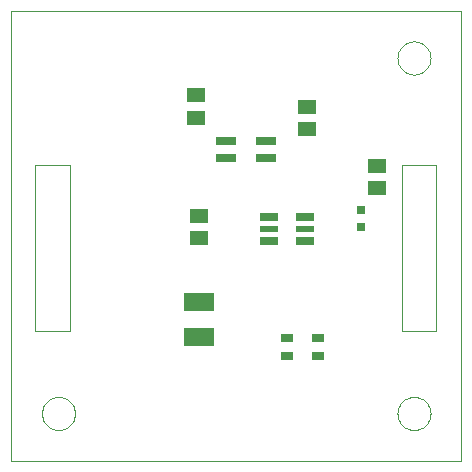
<source format=gtp>
G75*
G70*
%OFA0B0*%
%FSLAX24Y24*%
%IPPOS*%
%LPD*%
%AMOC8*
5,1,8,0,0,1.08239X$1,22.5*
%
%ADD10C,0.0000*%
%ADD11R,0.1024X0.0591*%
%ADD12R,0.0394X0.0276*%
%ADD13R,0.0600X0.0276*%
%ADD14R,0.0600X0.0197*%
%ADD15R,0.0315X0.0315*%
%ADD16R,0.0709X0.0295*%
%ADD17R,0.0591X0.0512*%
D10*
X000101Y000101D02*
X000101Y015101D01*
X015101Y015101D01*
X015101Y000101D01*
X000101Y000101D01*
X001125Y001676D02*
X001127Y001723D01*
X001133Y001769D01*
X001143Y001815D01*
X001156Y001860D01*
X001174Y001903D01*
X001195Y001945D01*
X001219Y001985D01*
X001247Y002022D01*
X001278Y002057D01*
X001312Y002090D01*
X001348Y002119D01*
X001387Y002145D01*
X001428Y002168D01*
X001471Y002187D01*
X001515Y002203D01*
X001560Y002215D01*
X001606Y002223D01*
X001653Y002227D01*
X001699Y002227D01*
X001746Y002223D01*
X001792Y002215D01*
X001837Y002203D01*
X001881Y002187D01*
X001924Y002168D01*
X001965Y002145D01*
X002004Y002119D01*
X002040Y002090D01*
X002074Y002057D01*
X002105Y002022D01*
X002133Y001985D01*
X002157Y001945D01*
X002178Y001903D01*
X002196Y001860D01*
X002209Y001815D01*
X002219Y001769D01*
X002225Y001723D01*
X002227Y001676D01*
X002225Y001629D01*
X002219Y001583D01*
X002209Y001537D01*
X002196Y001492D01*
X002178Y001449D01*
X002157Y001407D01*
X002133Y001367D01*
X002105Y001330D01*
X002074Y001295D01*
X002040Y001262D01*
X002004Y001233D01*
X001965Y001207D01*
X001924Y001184D01*
X001881Y001165D01*
X001837Y001149D01*
X001792Y001137D01*
X001746Y001129D01*
X001699Y001125D01*
X001653Y001125D01*
X001606Y001129D01*
X001560Y001137D01*
X001515Y001149D01*
X001471Y001165D01*
X001428Y001184D01*
X001387Y001207D01*
X001348Y001233D01*
X001312Y001262D01*
X001278Y001295D01*
X001247Y001330D01*
X001219Y001367D01*
X001195Y001407D01*
X001174Y001449D01*
X001156Y001492D01*
X001143Y001537D01*
X001133Y001583D01*
X001127Y001629D01*
X001125Y001676D01*
X000888Y004431D02*
X000888Y009943D01*
X002069Y009943D01*
X002069Y004431D01*
X000888Y004431D01*
X013132Y004431D02*
X013132Y009943D01*
X014274Y009943D01*
X014274Y004431D01*
X013132Y004431D01*
X012975Y001676D02*
X012977Y001723D01*
X012983Y001769D01*
X012993Y001815D01*
X013006Y001860D01*
X013024Y001903D01*
X013045Y001945D01*
X013069Y001985D01*
X013097Y002022D01*
X013128Y002057D01*
X013162Y002090D01*
X013198Y002119D01*
X013237Y002145D01*
X013278Y002168D01*
X013321Y002187D01*
X013365Y002203D01*
X013410Y002215D01*
X013456Y002223D01*
X013503Y002227D01*
X013549Y002227D01*
X013596Y002223D01*
X013642Y002215D01*
X013687Y002203D01*
X013731Y002187D01*
X013774Y002168D01*
X013815Y002145D01*
X013854Y002119D01*
X013890Y002090D01*
X013924Y002057D01*
X013955Y002022D01*
X013983Y001985D01*
X014007Y001945D01*
X014028Y001903D01*
X014046Y001860D01*
X014059Y001815D01*
X014069Y001769D01*
X014075Y001723D01*
X014077Y001676D01*
X014075Y001629D01*
X014069Y001583D01*
X014059Y001537D01*
X014046Y001492D01*
X014028Y001449D01*
X014007Y001407D01*
X013983Y001367D01*
X013955Y001330D01*
X013924Y001295D01*
X013890Y001262D01*
X013854Y001233D01*
X013815Y001207D01*
X013774Y001184D01*
X013731Y001165D01*
X013687Y001149D01*
X013642Y001137D01*
X013596Y001129D01*
X013549Y001125D01*
X013503Y001125D01*
X013456Y001129D01*
X013410Y001137D01*
X013365Y001149D01*
X013321Y001165D01*
X013278Y001184D01*
X013237Y001207D01*
X013198Y001233D01*
X013162Y001262D01*
X013128Y001295D01*
X013097Y001330D01*
X013069Y001367D01*
X013045Y001407D01*
X013024Y001449D01*
X013006Y001492D01*
X012993Y001537D01*
X012983Y001583D01*
X012977Y001629D01*
X012975Y001676D01*
X012975Y013526D02*
X012977Y013573D01*
X012983Y013619D01*
X012993Y013665D01*
X013006Y013710D01*
X013024Y013753D01*
X013045Y013795D01*
X013069Y013835D01*
X013097Y013872D01*
X013128Y013907D01*
X013162Y013940D01*
X013198Y013969D01*
X013237Y013995D01*
X013278Y014018D01*
X013321Y014037D01*
X013365Y014053D01*
X013410Y014065D01*
X013456Y014073D01*
X013503Y014077D01*
X013549Y014077D01*
X013596Y014073D01*
X013642Y014065D01*
X013687Y014053D01*
X013731Y014037D01*
X013774Y014018D01*
X013815Y013995D01*
X013854Y013969D01*
X013890Y013940D01*
X013924Y013907D01*
X013955Y013872D01*
X013983Y013835D01*
X014007Y013795D01*
X014028Y013753D01*
X014046Y013710D01*
X014059Y013665D01*
X014069Y013619D01*
X014075Y013573D01*
X014077Y013526D01*
X014075Y013479D01*
X014069Y013433D01*
X014059Y013387D01*
X014046Y013342D01*
X014028Y013299D01*
X014007Y013257D01*
X013983Y013217D01*
X013955Y013180D01*
X013924Y013145D01*
X013890Y013112D01*
X013854Y013083D01*
X013815Y013057D01*
X013774Y013034D01*
X013731Y013015D01*
X013687Y012999D01*
X013642Y012987D01*
X013596Y012979D01*
X013549Y012975D01*
X013503Y012975D01*
X013456Y012979D01*
X013410Y012987D01*
X013365Y012999D01*
X013321Y013015D01*
X013278Y013034D01*
X013237Y013057D01*
X013198Y013083D01*
X013162Y013112D01*
X013128Y013145D01*
X013097Y013180D01*
X013069Y013217D01*
X013045Y013257D01*
X013024Y013299D01*
X013006Y013342D01*
X012993Y013387D01*
X012983Y013433D01*
X012977Y013479D01*
X012975Y013526D01*
D11*
X006353Y005408D03*
X006353Y004227D03*
D12*
X009306Y004195D03*
X009306Y003605D03*
X010329Y003605D03*
X010329Y004195D03*
D13*
X009889Y007412D03*
X009889Y008239D03*
X008698Y008239D03*
X008698Y007412D03*
D14*
X008698Y007825D03*
X009889Y007825D03*
D15*
X011758Y007880D03*
X011758Y008471D03*
D16*
X008609Y010189D03*
X008609Y010760D03*
X007270Y010760D03*
X007270Y010189D03*
D17*
X006243Y011538D03*
X006243Y012286D03*
X009943Y011892D03*
X009943Y011144D03*
X012306Y009924D03*
X012306Y009176D03*
X006361Y008270D03*
X006361Y007522D03*
M02*

</source>
